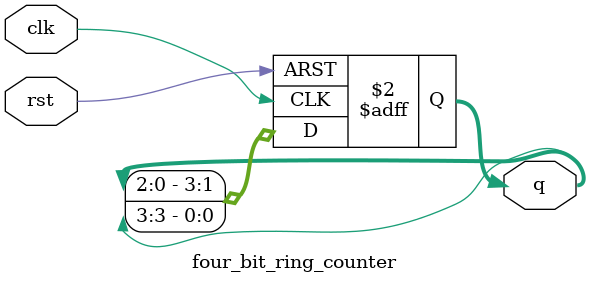
<source format=v>
module four_bit_ring_counter(
           input clk,
           input rst,
           output reg [3:0] q
       );

always @(posedge clk or posedge rst) begin
    if(rst)
        q <= 4'b0111;
    else
        q <= {q[2:0], q[3]};
end

endmodule

</source>
